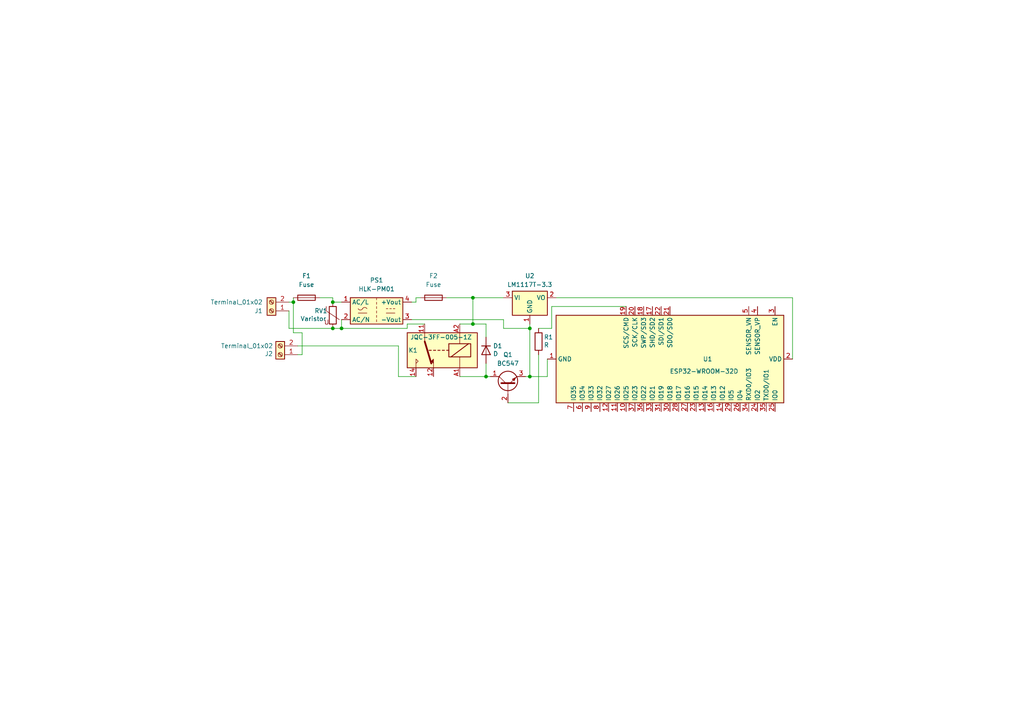
<source format=kicad_sch>
(kicad_sch (version 20250114) (generator "eeschema") (generator_version "9.0")
  (paper "A4")
  (lib_symbols
    (symbol "Connector:Screw_Terminal_01x02" (pin_names (offset 1.016) (hide yes))
      (property "Reference" "J" (at 0 2.54 0))
      (property "Value" "Screw_Terminal_01x02" (at 0 -5.08 0))
      (symbol "Screw_Terminal_01x02_1_1"
        (rectangle (start -1.27 1.27) (end 1.27 -3.81) (stroke (width 0.254)) (fill (type background)))
        (polyline (pts (xy -0.5334 0.3302) (xy 0.3302 -0.508)) (stroke (width 0.1524)))
        (polyline (pts (xy -0.5334 -2.2098) (xy 0.3302 -3.048)) (stroke (width 0.1524)))
        (polyline (pts (xy -0.3556 0.508) (xy 0.508 -0.3302)) (stroke (width 0.1524)))
        (polyline (pts (xy -0.3556 -2.032) (xy 0.508 -2.8702)) (stroke (width 0.1524)))
        (circle (center 0 0) (radius 0.635) (stroke (width 0.1524)))
        (circle (center 0 -2.54) (radius 0.635) (stroke (width 0.1524)))
        (pin passive line (at -5.08 0 0) (length 3.81) (name "Pin_1") (number "1"))
        (pin passive line (at -5.08 -2.54 0) (length 3.81) (name "Pin_2") (number "2"))
      )
    )
    (symbol "Converter_ACDC:HLK-PM01"
      (property "Reference" "PS" (at 0 5.08 0))
      (property "Value" "HLK-PM01" (at 0 -5.08 0))
      (symbol "HLK-PM01_0_1"
        (rectangle (start -7.62 3.81) (end 7.62 -3.81) (stroke (width 0.254)) (fill (type background)))
        (polyline (pts (xy -5.334 -0.635) (xy -2.794 -0.635)))
        (arc (start -4.064 0.635) (mid -4.699 0.2495) (end -5.334 0.635))
        (arc (start -4.064 0.635) (mid -3.429 1.0072) (end -2.794 0.635))
        (polyline (pts (xy 0 3.81) (xy 0 3.175)))
        (polyline (pts (xy 0 2.54) (xy 0 1.905)))
        (polyline (pts (xy 0 1.27) (xy 0 0.635)))
        (polyline (pts (xy 0 0) (xy 0 -0.635)))
        (polyline (pts (xy 0 -1.27) (xy 0 -1.905)))
        (polyline (pts (xy 0 -2.54) (xy 0 -3.175)))
        (polyline (pts (xy 2.794 0.635) (xy 3.302 0.635)))
        (polyline (pts (xy 2.794 -0.635) (xy 5.334 -0.635)))
        (polyline (pts (xy 3.81 0.635) (xy 4.318 0.635)))
        (polyline (pts (xy 4.826 0.635) (xy 5.334 0.635)))
      )
      (symbol "HLK-PM01_1_1"
        (pin power_in line (at -10.16 2.54 0) (length 2.54) (name "AC/L") (number "1"))
        (pin power_in line (at -10.16 -2.54 0) (length 2.54) (name "AC/N") (number "2"))
        (pin power_out line (at 10.16 2.54 180) (length 2.54) (name "+Vout") (number "4"))
        (pin power_out line (at 10.16 -2.54 180) (length 2.54) (name "-Vout") (number "3"))
      )
    )
    (symbol "Device:D" (pin_numbers (hide yes)) (pin_names (offset 1.016) (hide yes))
      (property "Reference" "D" (at 0 2.54 0))
      (property "Value" "D" (at 0 -2.54 0))
      (symbol "D_0_1"
        (polyline (pts (xy -1.27 1.27) (xy -1.27 -1.27)) (stroke (width 0.254)))
        (polyline (pts (xy 1.27 1.27) (xy 1.27 -1.27) (xy -1.27 0) (xy 1.27 1.27)) (stroke (width 0.254)))
        (polyline (pts (xy 1.27 0) (xy -1.27 0)))
      )
      (symbol "D_1_1"
        (pin passive line (at -3.81 0 0) (length 2.54) (name "K") (number "1"))
        (pin passive line (at 3.81 0 180) (length 2.54) (name "A") (number "2"))
      )
    )
    (symbol "Device:Fuse" (pin_numbers (hide yes)) (pin_names (offset 0))
      (property "Reference" "F" (at 2.032 0 90))
      (property "Value" "Fuse" (at -1.905 0 90))
      (symbol "Fuse_0_1"
        (rectangle (start -0.762 -2.54) (end 0.762 2.54) (stroke (width 0.254)))
        (polyline (pts (xy 0 2.54) (xy 0 -2.54)))
      )
      (symbol "Fuse_1_1"
        (pin passive line (at 0 3.81 270) (length 1.27) (name "~") (number "1"))
        (pin passive line (at 0 -3.81 90) (length 1.27) (name "~") (number "2"))
      )
    )
    (symbol "Device:R" (pin_numbers (hide yes)) (pin_names (offset 0))
      (property "Reference" "R" (at 2.032 0 90))
      (property "Value" "R" (at 0 0 90))
      (symbol "R_0_1"
        (rectangle (start -1.016 -2.54) (end 1.016 2.54) (stroke (width 0.254)))
      )
      (symbol "R_1_1"
        (pin passive line (at 0 3.81 270) (length 1.27) (name "~") (number "1"))
        (pin passive line (at 0 -3.81 90) (length 1.27) (name "~") (number "2"))
      )
    )
    (symbol "Device:Varistor" (pin_numbers (hide yes)) (pin_names (offset 0))
      (property "Reference" "RV" (at 3.175 0 90))
      (property "Value" "Varistor" (at -3.175 0 90))
      (symbol "Varistor_0_0"
        (text "U" (at -1.778 -2.032 0) (effects (font (size 1.27 1.27))))
      )
      (symbol "Varistor_0_1"
        (polyline (pts (xy -1.905 2.54) (xy -1.905 1.27) (xy 1.905 -1.27)))
        (rectangle (start -1.016 -2.54) (end 1.016 2.54) (stroke (width 0.254)))
      )
      (symbol "Varistor_1_1"
        (pin passive line (at 0 3.81 270) (length 1.27) (name "~") (number "1"))
        (pin passive line (at 0 -3.81 90) (length 1.27) (name "~") (number "2"))
      )
    )
    (symbol "RF_Module:ESP32-WROOM-32D"
      (property "Reference" "U" (at -12.7 34.29 0))
      (property "Value" "ESP32-WROOM-32D" (at 1.27 34.29 0))
      (symbol "ESP32-WROOM-32D_0_1"
        (rectangle (start -12.7 33.02) (end 12.7 -33.02) (stroke (width 0.254)) (fill (type background)))
      )
      (symbol "ESP32-WROOM-32D_1_1"
        (pin input line (at -15.24 30.48 0) (length 2.54) (name "EN") (number "3"))
        (pin input line (at -15.24 25.4 0) (length 2.54) (name "SENSOR_VP") (number "4"))
        (pin input line (at -15.24 22.86 0) (length 2.54) (name "SENSOR_VN") (number "5"))
        (pin bidirectional line (at -15.24 0 0) (length 2.54) (name "SDO/SD0") (number "21"))
        (pin bidirectional line (at -15.24 -2.54 0) (length 2.54) (name "SDI/SD1") (number "22"))
        (pin bidirectional line (at -15.24 -5.08 0) (length 2.54) (name "SHD/SD2") (number "17"))
        (pin bidirectional line (at -15.24 -7.62 0) (length 2.54) (name "SWP/SD3") (number "18"))
        (pin bidirectional line (at -15.24 -10.16 0) (length 2.54) (name "SCK/CLK") (number "20"))
        (pin bidirectional line (at -15.24 -12.7 0) (length 2.54) (name "SCS/CMD") (number "19"))
        (pin no_connect line (at -12.7 -27.94 0) (length 2.54) (hide yes) (name "NC") (number "32"))
        (pin power_in line (at 0 35.56 270) (length 2.54) (name "VDD") (number "2"))
        (pin power_in line (at 0 -35.56 90) (length 2.54) (name "GND") (number "1"))
        (pin passive line (at 0 -35.56 90) (length 2.54) (hide yes) (name "GND") (number "15"))
        (pin passive line (at 0 -35.56 90) (length 2.54) (hide yes) (name "GND") (number "38"))
        (pin passive line (at 0 -35.56 90) (length 2.54) (hide yes) (name "GND") (number "39"))
        (pin bidirectional line (at 15.24 30.48 180) (length 2.54) (name "IO0") (number "25"))
        (pin bidirectional line (at 15.24 27.94 180) (length 2.54) (name "TXD0/IO1") (number "35"))
        (pin bidirectional line (at 15.24 25.4 180) (length 2.54) (name "IO2") (number "24"))
        (pin bidirectional line (at 15.24 22.86 180) (length 2.54) (name "RXD0/IO3") (number "34"))
        (pin bidirectional line (at 15.24 20.32 180) (length 2.54) (name "IO4") (number "26"))
        (pin bidirectional line (at 15.24 17.78 180) (length 2.54) (name "IO5") (number "29"))
        (pin bidirectional line (at 15.24 15.24 180) (length 2.54) (name "IO12") (number "14"))
        (pin bidirectional line (at 15.24 12.7 180) (length 2.54) (name "IO13") (number "16"))
        (pin bidirectional line (at 15.24 10.16 180) (length 2.54) (name "IO14") (number "13"))
        (pin bidirectional line (at 15.24 7.62 180) (length 2.54) (name "IO15") (number "23"))
        (pin bidirectional line (at 15.24 5.08 180) (length 2.54) (name "IO16") (number "27"))
        (pin bidirectional line (at 15.24 2.54 180) (length 2.54) (name "IO17") (number "28"))
        (pin bidirectional line (at 15.24 0 180) (length 2.54) (name "IO18") (number "30"))
        (pin bidirectional line (at 15.24 -2.54 180) (length 2.54) (name "IO19") (number "31"))
        (pin bidirectional line (at 15.24 -5.08 180) (length 2.54) (name "IO21") (number "33"))
        (pin bidirectional line (at 15.24 -7.62 180) (length 2.54) (name "IO22") (number "36"))
        (pin bidirectional line (at 15.24 -10.16 180) (length 2.54) (name "IO23") (number "37"))
        (pin bidirectional line (at 15.24 -12.7 180) (length 2.54) (name "IO25") (number "10"))
        (pin bidirectional line (at 15.24 -15.24 180) (length 2.54) (name "IO26") (number "11"))
        (pin bidirectional line (at 15.24 -17.78 180) (length 2.54) (name "IO27") (number "12"))
        (pin bidirectional line (at 15.24 -20.32 180) (length 2.54) (name "IO32") (number "8"))
        (pin bidirectional line (at 15.24 -22.86 180) (length 2.54) (name "IO33") (number "9"))
        (pin input line (at 15.24 -25.4 180) (length 2.54) (name "IO34") (number "6"))
        (pin input line (at 15.24 -27.94 180) (length 2.54) (name "IO35") (number "7"))
      )
    )
    (symbol "Regulator_Linear:LM1117T-3.3"
      (property "Reference" "U" (at -3.81 3.175 0))
      (property "Value" "LM1117T-3.3" (at 0 3.175 0))
      (symbol "LM1117T-3.3_0_1"
        (rectangle (start -5.08 -5.08) (end 5.08 1.905) (stroke (width 0.254)) (fill (type background)))
      )
      (symbol "LM1117T-3.3_1_1"
        (pin power_in line (at -7.62 0 0) (length 2.54) (name "VI") (number "3"))
        (pin power_in line (at 0 -7.62 90) (length 2.54) (name "GND") (number "1"))
        (pin power_out line (at 7.62 0 180) (length 2.54) (name "VO") (number "2"))
      )
    )
    (symbol "Relay:JQC-3FF-005-1Z"
      (property "Reference" "K" (at 11.43 3.81 0))
      (property "Value" "JQC-3FF-005-1Z" (at 11.43 1.27 0))
      (symbol "JQC-3FF-005-1Z_0_0"
        (polyline (pts (xy 7.62 5.08) (xy 7.62 2.54) (xy 6.985 3.175) (xy 7.62 3.81)))
      )
      (symbol "JQC-3FF-005-1Z_0_1"
        (rectangle (start -10.16 5.08) (end 10.16 -5.08) (stroke (width 0.254)) (fill (type background)))
        (rectangle (start -8.255 1.905) (end -1.905 -1.905) (stroke (width 0.254)))
        (polyline (pts (xy -7.62 -1.905) (xy -2.54 1.905)) (stroke (width 0.254)))
        (polyline (pts (xy -5.08 5.08) (xy -5.08 1.905)))
        (polyline (pts (xy -5.08 -5.08) (xy -5.08 -1.905)))
        (polyline (pts (xy -1.905 0) (xy -1.27 0)) (stroke (width 0.254)))
        (polyline (pts (xy -0.635 0) (xy 0 0)) (stroke (width 0.254)))
        (polyline (pts (xy 0.635 0) (xy 1.27 0)) (stroke (width 0.254)))
        (polyline (pts (xy 1.905 0) (xy 2.54 0)) (stroke (width 0.254)))
        (polyline (pts (xy 2.54 5.08) (xy 2.54 2.54) (xy 3.175 3.175) (xy 2.54 3.81)) (fill (type outline)))
        (polyline (pts (xy 3.175 0) (xy 3.81 0)) (stroke (width 0.254)))
        (polyline (pts (xy 5.08 -2.54) (xy 3.175 3.81)) (stroke (width 0.508)))
        (polyline (pts (xy 5.08 -2.54) (xy 5.08 -5.08)))
      )
      (symbol "JQC-3FF-005-1Z_1_1"
        (pin passive line (at -5.08 7.62 270) (length 2.54) (name "~") (number "A1"))
        (pin passive line (at -5.08 -7.62 90) (length 2.54) (name "~") (number "A2"))
        (pin passive line (at 2.54 7.62 270) (length 2.54) (name "~") (number "12"))
        (pin passive line (at 5.08 -7.62 90) (length 2.54) (name "~") (number "11"))
        (pin passive line (at 7.62 7.62 270) (length 2.54) (name "~") (number "14"))
      )
    )
    (symbol "Transistor_BJT:BC547" (pin_names (offset 0) (hide yes))
      (property "Reference" "Q" (at 5.08 1.905 0))
      (property "Value" "BC547" (at 5.08 0 0))
      (symbol "BC547_0_1"
        (polyline (pts (xy -2.54 0) (xy 0.635 0)))
        (polyline (pts (xy 0.635 1.905) (xy 0.635 -1.905)) (stroke (width 0.508)))
        (circle (center 1.27 0) (radius 2.8194) (stroke (width 0.254)))
      )
      (symbol "BC547_1_1"
        (polyline (pts (xy 0.635 0.635) (xy 2.54 2.54)))
        (polyline (pts (xy 0.635 -0.635) (xy 2.54 -2.54)))
        (polyline (pts (xy 1.27 -1.778) (xy 1.778 -1.27) (xy 2.286 -2.286) (xy 1.27 -1.778)) (fill (type outline)))
        (pin input line (at -5.08 0 0) (length 2.54) (name "B") (number "2"))
        (pin passive line (at 2.54 5.08 270) (length 2.54) (name "C") (number "1"))
        (pin passive line (at 2.54 -5.08 90) (length 2.54) (name "E") (number "3"))
      )
    )
  )
  (junction (at 153.67 109.22))
  (junction (at 99.06 95.25))
  (junction (at 85.09 87.63))
  (junction (at 137.16 86.36))
  (junction (at 96.52 87.63))
  (junction (at 137.16 93.98))
  (junction (at 140.97 109.22))
  (junction (at 96.52 95.25))
  (junction (at 153.67 95.25))
  (wire (pts (xy 156.21 116.84) (xy 147.32 116.84)))
  (wire (pts (xy 118.11 93.98) (xy 118.11 95.25)))
  (wire (pts (xy 120.65 86.36) (xy 121.92 86.36)))
  (wire (pts (xy 123.19 93.98) (xy 118.11 93.98)))
  (wire (pts (xy 115.57 100.33) (xy 115.57 109.22)))
  (wire (pts (xy 140.97 109.22) (xy 140.97 105.41)))
  (wire (pts (xy 158.75 109.22) (xy 153.67 109.22)))
  (wire (pts (xy 92.71 86.36) (xy 96.52 86.36)))
  (wire (pts (xy 99.06 95.25) (xy 96.52 95.25)))
  (wire (pts (xy 153.67 93.98) (xy 153.67 95.25)))
  (wire (pts (xy 129.54 86.36) (xy 137.16 86.36)))
  (wire (pts (xy 83.82 87.63) (xy 85.09 87.63)))
  (wire (pts (xy 160.02 95.25) (xy 156.21 95.25)))
  (wire (pts (xy 229.87 86.36) (xy 229.87 104.14)))
  (wire (pts (xy 137.16 86.36) (xy 146.05 86.36)))
  (wire (pts (xy 96.52 87.63) (xy 99.06 87.63)))
  (wire (pts (xy 156.21 102.87) (xy 156.21 116.84)))
  (wire (pts (xy 120.65 87.63) (xy 120.65 86.36)))
  (wire (pts (xy 85.09 96.52) (xy 87.63 96.52)))
  (wire (pts (xy 181.61 88.9) (xy 160.02 88.9)))
  (wire (pts (xy 96.52 86.36) (xy 96.52 87.63)))
  (wire (pts (xy 137.16 93.98) (xy 137.16 86.36)))
  (wire (pts (xy 153.67 95.25) (xy 153.67 109.22)))
  (wire (pts (xy 119.38 87.63) (xy 120.65 87.63)))
  (wire (pts (xy 158.75 104.14) (xy 158.75 109.22)))
  (wire (pts (xy 137.16 93.98) (xy 140.97 93.98)))
  (wire (pts (xy 119.38 92.71) (xy 146.05 92.71)))
  (wire (pts (xy 161.29 86.36) (xy 229.87 86.36)))
  (wire (pts (xy 140.97 109.22) (xy 142.24 109.22)))
  (wire (pts (xy 140.97 93.98) (xy 140.97 97.79)))
  (wire (pts (xy 160.02 88.9) (xy 160.02 95.25)))
  (wire (pts (xy 146.05 95.25) (xy 153.67 95.25)))
  (wire (pts (xy 85.09 87.63) (xy 85.09 96.52)))
  (wire (pts (xy 83.82 95.25) (xy 96.52 95.25)))
  (wire (pts (xy 146.05 92.71) (xy 146.05 95.25)))
  (wire (pts (xy 86.36 102.87) (xy 87.63 102.87)))
  (wire (pts (xy 87.63 102.87) (xy 87.63 96.52)))
  (wire (pts (xy 83.82 90.17) (xy 83.82 95.25)))
  (wire (pts (xy 152.4 109.22) (xy 153.67 109.22)))
  (wire (pts (xy 133.35 93.98) (xy 137.16 93.98)))
  (wire (pts (xy 99.06 95.25) (xy 118.11 95.25)))
  (wire (pts (xy 140.97 109.22) (xy 133.35 109.22)))
  (wire (pts (xy 86.36 100.33) (xy 115.57 100.33)))
  (wire (pts (xy 85.09 87.63) (xy 85.09 86.36)))
  (wire (pts (xy 115.57 109.22) (xy 120.65 109.22)))
  (wire (pts (xy 99.06 92.71) (xy 99.06 95.25)))
  (symbol (lib_id "Regulator_Linear:LM1117T-3.3") (at 153.67 86.36 0) (unit 1)
    (property "Reference" "U2" (at 153.67 80.01 0))
    (property "Value" "LM1117T-3.3" (at 153.67 82.55 0))
    (property "Footprint" "Package_TO_SOT_THT:TO-220-3_Horizontal_TabDown" (effects (hide yes)))
    (property "Datasheet" "http://www.ti.com/lit/ds/symlink/lm1117.pdf" (effects (hide yes)))
    (property "Description" "800mA Low-Dropout Linear Regulator, 3.3V fixed output, TO-220" (effects (hide yes)))
  )
  (symbol (lib_id "Device:Fuse") (at 125.73 86.36 90) (unit 1)
    (property "Reference" "F2" (at 125.73 80.01 90))
    (property "Value" "Fuse" (at 125.73 82.55 90))
    (property "Description" "Fuse" (effects (hide yes)))
  )
  (symbol (lib_id "Device:Varistor") (at 96.52 91.44 0) (unit 1)
    (property "Reference" "RV1" (at 91.186 90.17 0) (effects (justify left)))
    (property "Value" "Varistor" (at 87.122 92.456 0) (effects (justify left)))
    (property "Description" "Voltage dependent resistor" (effects (hide yes)))
    (property "Sim.Name" "kicad_builtin_varistor" (effects (hide yes)))
    (property "Sim.Device" "SUBCKT" (effects (hide yes)))
    (property "Sim.Pins" "1=A 2=B" (effects (hide yes)))
    (property "Sim.Params" "threshold=1k" (effects (hide yes)))
    (property "Sim.Library" "${KICAD9_SYMBOL_DIR}/Simulation_SPICE.sp" (effects (hide yes)))
  )
  (symbol (lib_id "Connector:Screw_Terminal_01x02") (at 78.74 90.17 180) (unit 1)
    (property "Reference" "J1" (at 76.2 90.1701 0) (effects (justify left)))
    (property "Value" "Terminal_01x02" (at 76.2 87.6301 0) (effects (justify left)))
    (property "Description" "Generic screw terminal, single row, 01x02, script generated (kicad-library-utils/schlib/autogen/connector/)" (effects (hide yes)))
  )
  (symbol (lib_id "Device:D") (at 140.97 101.6 270) (unit 1)
    (property "Reference" "D1" (at 143.002 100.33 90) (effects (justify left)))
    (property "Value" "D" (at 143.002 102.616 90) (effects (justify left)))
    (property "Description" "Diode" (effects (hide yes)))
    (property "Sim.Device" "D" (effects (hide yes)))
    (property "Sim.Pins" "1=K 2=A" (effects (hide yes)))
  )
  (symbol (lib_id "Relay:JQC-3FF-005-1Z") (at 128.27 101.6 180) (unit 1)
    (property "Reference" "K1" (at 121.158 101.6 0) (effects (justify left)))
    (property "Value" "JQC-3FF-005-1Z" (at 136.906 97.79 0) (effects (justify left)))
    (property "Footprint" "Relay_THT:Relay_SPDT_Hongfa_JQC-3FF_0XX-1Z" (effects (hide yes)))
    (property "Datasheet" "https://www.digikey.com/htmldatasheets/production/2071105/0/0/1/JQC-3FF.pdf" (effects (hide yes)))
    (property "Description" "Subminiature High Power SPDT Relay, 5V Coil nom. 0.36W, 10A switching current, max 10A@277VAC/28VDC" (effects (hide yes)))
  )
  (symbol (lib_id "RF_Module:ESP32-WROOM-32D") (at 194.31 104.14 270) (unit 1)
    (property "Reference" "U1" (at 205.232 104.14 90))
    (property "Value" "ESP32-WROOM-32D" (at 204.216 107.696 90))
    (property "Footprint" "RF_Module:ESP32-WROOM-32D" (effects (hide yes)))
    (property "Datasheet" "https://www.espressif.com/sites/default/files/documentation/esp32-wroom-32d_esp32-wroom-32u_datasheet_en.pdf" (effects (hide yes)))
    (property "Description" "RF Module, ESP32-D0WD SoC, Wi-Fi 802.11b/g/n, Bluetooth, BLE, 32-bit, 2.7-3.6V, onboard antenna, SMD" (effects (hide yes)))
  )
  (symbol (lib_id "Device:R") (at 156.21 99.06 0) (unit 1)
    (property "Reference" "R1" (at 157.734 97.79 0) (effects (justify left)))
    (property "Value" "R" (at 157.734 100.076 0) (effects (justify left)))
    (property "Description" "Resistor" (effects (hide yes)))
  )
  (symbol (lib_id "Transistor_BJT:BC547") (at 147.32 111.76 90) (unit 1)
    (property "Reference" "Q1" (at 147.32 102.87 90))
    (property "Value" "BC547" (at 147.32 105.41 90))
    (property "Footprint" "Package_TO_SOT_THT:TO-92_Inline" (effects (hide yes)))
    (property "Datasheet" "https://www.onsemi.com/pub/Collateral/BC550-D.pdf" (effects (hide yes)))
    (property "Description" "0.1A Ic, 45V Vce, Small Signal NPN Transistor, TO-92" (effects (hide yes)))
  )
  (symbol (lib_id "Device:Fuse") (at 88.9 86.36 90) (unit 1)
    (property "Reference" "F1" (at 88.9 80.01 90))
    (property "Value" "Fuse" (at 88.9 82.55 90))
    (property "Description" "Fuse" (effects (hide yes)))
  )
  (symbol (lib_id "Connector:Screw_Terminal_01x02") (at 81.28 102.87 180) (unit 1)
    (property "Reference" "J2" (at 77.978 102.616 0))
    (property "Value" "Terminal_01x02" (at 71.628 100.33 0))
    (property "Description" "Generic screw terminal, single row, 01x02, script generated (kicad-library-utils/schlib/autogen/connector/)" (effects (hide yes)))
  )
  (symbol (lib_id "Converter_ACDC:HLK-PM01") (at 109.22 90.17 0) (unit 1)
    (property "Reference" "PS1" (at 109.22 81.28 0))
    (property "Value" "HLK-PM01" (at 109.22 83.82 0))
    (property "Footprint" "Converter_ACDC:Converter_ACDC_Hi-Link_HLK-PMxx" (effects (hide yes)))
    (property "Datasheet" "https://h.hlktech.com/download/ACDC%E7%94%B5%E6%BA%90%E6%A8%A1%E5%9D%973W%E7%B3%BB%E5%88%97/1/%E6%B5%B7%E5%87%8C%E7%A7%913W%E7%B3%BB%E5%88%97%E7%94%B5%E6%BA%90%E6%A8%A1%E5%9D%97%E8%A7%84%E6%A0%BC%E4%B9%A6V2.8.pdf" (effects (hide yes)))
    (property "Description" "Compact AC/DC board mount power module 3W 5V" (effects (hide yes)))
  )
)
</source>
